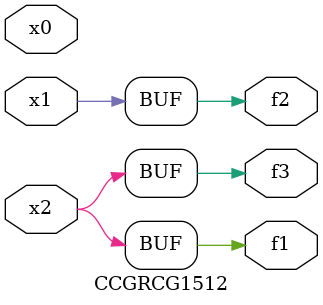
<source format=v>
module CCGRCG1512(
	input x0, x1, x2,
	output f1, f2, f3
);
	assign f1 = x2;
	assign f2 = x1;
	assign f3 = x2;
endmodule

</source>
